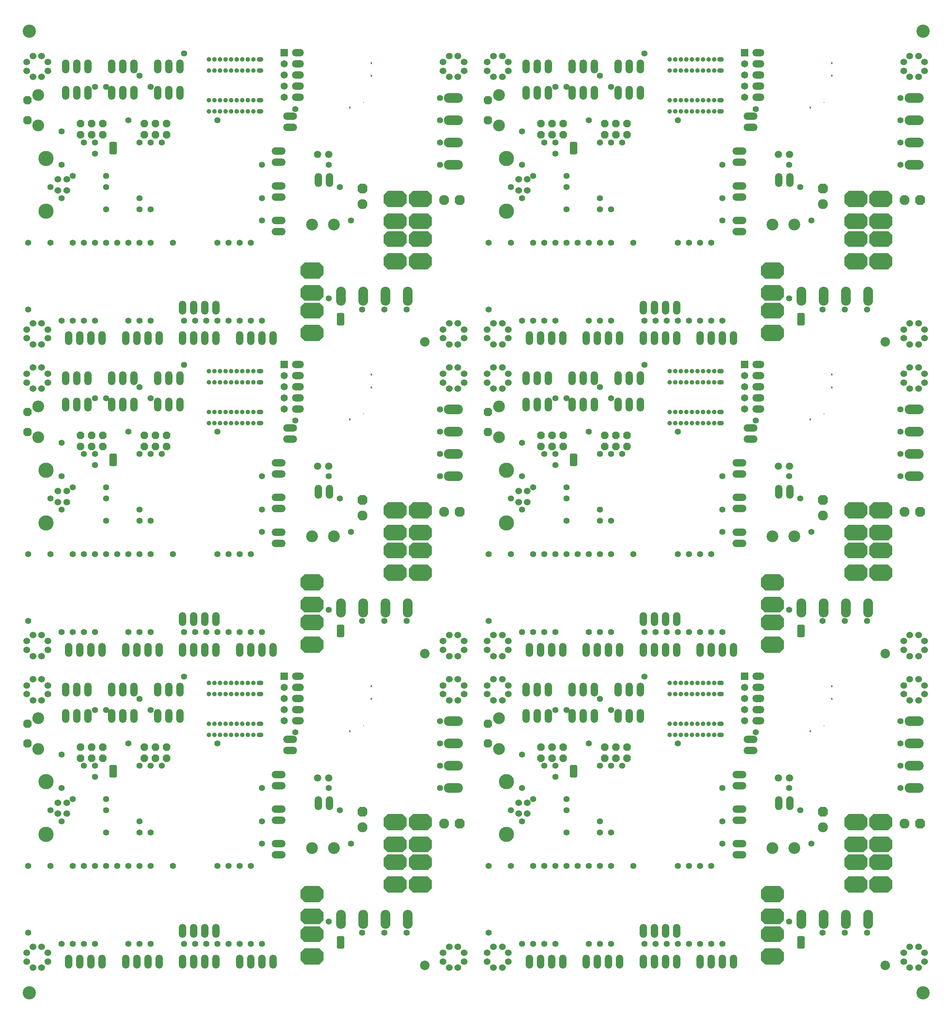
<source format=gbs>
%FSLAX24Y24*%
%MOIN*%
G70*
G01*
G75*
G04 Layer_Color=12517567*
%ADD10C,0.0070*%
G04:AMPARAMS|DCode=11|XSize=78.7mil|YSize=78.7mil|CornerRadius=39.4mil|HoleSize=0mil|Usage=FLASHONLY|Rotation=90.000|XOffset=0mil|YOffset=0mil|HoleType=Round|Shape=RoundedRectangle|*
%AMROUNDEDRECTD11*
21,1,0.0787,0.0000,0,0,90.0*
21,1,0.0000,0.0787,0,0,90.0*
1,1,0.0787,0.0000,0.0000*
1,1,0.0787,0.0000,0.0000*
1,1,0.0787,0.0000,0.0000*
1,1,0.0787,0.0000,0.0000*
%
%ADD11ROUNDEDRECTD11*%
%ADD12C,0.0100*%
%ADD13C,0.0650*%
%ADD14R,0.0600X0.0120*%
%ADD15R,0.0120X0.0600*%
G04:AMPARAMS|DCode=16|XSize=11mil|YSize=31.5mil|CornerRadius=4.4mil|HoleSize=0mil|Usage=FLASHONLY|Rotation=180.000|XOffset=0mil|YOffset=0mil|HoleType=Round|Shape=RoundedRectangle|*
%AMROUNDEDRECTD16*
21,1,0.0110,0.0227,0,0,180.0*
21,1,0.0022,0.0315,0,0,180.0*
1,1,0.0088,-0.0011,0.0113*
1,1,0.0088,0.0011,0.0113*
1,1,0.0088,0.0011,-0.0113*
1,1,0.0088,-0.0011,-0.0113*
%
%ADD16ROUNDEDRECTD16*%
G04:AMPARAMS|DCode=17|XSize=11mil|YSize=31.5mil|CornerRadius=4.4mil|HoleSize=0mil|Usage=FLASHONLY|Rotation=270.000|XOffset=0mil|YOffset=0mil|HoleType=Round|Shape=RoundedRectangle|*
%AMROUNDEDRECTD17*
21,1,0.0110,0.0227,0,0,270.0*
21,1,0.0022,0.0315,0,0,270.0*
1,1,0.0088,-0.0113,-0.0011*
1,1,0.0088,-0.0113,0.0011*
1,1,0.0088,0.0113,0.0011*
1,1,0.0088,0.0113,-0.0011*
%
%ADD17ROUNDEDRECTD17*%
%ADD18R,0.1370X0.1370*%
%ADD19R,0.1370X0.1370*%
%ADD20R,0.0236X0.1319*%
G04:AMPARAMS|DCode=21|XSize=40mil|YSize=40mil|CornerRadius=20mil|HoleSize=0mil|Usage=FLASHONLY|Rotation=0.000|XOffset=0mil|YOffset=0mil|HoleType=Round|Shape=RoundedRectangle|*
%AMROUNDEDRECTD21*
21,1,0.0400,0.0000,0,0,0.0*
21,1,0.0000,0.0400,0,0,0.0*
1,1,0.0400,0.0000,0.0000*
1,1,0.0400,0.0000,0.0000*
1,1,0.0400,0.0000,0.0000*
1,1,0.0400,0.0000,0.0000*
%
%ADD21ROUNDEDRECTD21*%
%ADD22R,0.0480X0.0480*%
%ADD23R,0.0480X0.0480*%
%ADD24R,0.0420X0.0520*%
%ADD25R,0.0354X0.1299*%
%ADD26R,0.0240X0.0240*%
%ADD27R,0.1260X0.0630*%
%ADD28R,0.0402X0.0118*%
%ADD29R,0.0681X0.0748*%
%ADD30R,0.0360X0.0320*%
%ADD31R,0.1970X0.1700*%
%ADD32R,0.0280X0.0560*%
%ADD33R,0.0280X0.0200*%
%ADD34R,0.0200X0.0280*%
%ADD35R,0.0790X0.0790*%
%ADD36R,0.0790X0.0790*%
%ADD37R,0.0500X0.0150*%
G04:AMPARAMS|DCode=38|XSize=63mil|YSize=71mil|CornerRadius=15.8mil|HoleSize=0mil|Usage=FLASHONLY|Rotation=270.000|XOffset=0mil|YOffset=0mil|HoleType=Round|Shape=RoundedRectangle|*
%AMROUNDEDRECTD38*
21,1,0.0630,0.0395,0,0,270.0*
21,1,0.0315,0.0710,0,0,270.0*
1,1,0.0315,-0.0198,-0.0158*
1,1,0.0315,-0.0198,0.0158*
1,1,0.0315,0.0198,0.0158*
1,1,0.0315,0.0198,-0.0158*
%
%ADD38ROUNDEDRECTD38*%
G04:AMPARAMS|DCode=39|XSize=29.1mil|YSize=39.4mil|CornerRadius=5.8mil|HoleSize=0mil|Usage=FLASHONLY|Rotation=90.000|XOffset=0mil|YOffset=0mil|HoleType=Round|Shape=RoundedRectangle|*
%AMROUNDEDRECTD39*
21,1,0.0291,0.0277,0,0,90.0*
21,1,0.0175,0.0394,0,0,90.0*
1,1,0.0117,0.0139,0.0087*
1,1,0.0117,0.0139,-0.0087*
1,1,0.0117,-0.0139,-0.0087*
1,1,0.0117,-0.0139,0.0087*
%
%ADD39ROUNDEDRECTD39*%
G04:AMPARAMS|DCode=40|XSize=29.1mil|YSize=39.4mil|CornerRadius=5.8mil|HoleSize=0mil|Usage=FLASHONLY|Rotation=180.000|XOffset=0mil|YOffset=0mil|HoleType=Round|Shape=RoundedRectangle|*
%AMROUNDEDRECTD40*
21,1,0.0291,0.0277,0,0,180.0*
21,1,0.0175,0.0394,0,0,180.0*
1,1,0.0117,-0.0087,0.0139*
1,1,0.0117,0.0087,0.0139*
1,1,0.0117,0.0087,-0.0139*
1,1,0.0117,-0.0087,-0.0139*
%
%ADD40ROUNDEDRECTD40*%
G04:AMPARAMS|DCode=41|XSize=22mil|YSize=24mil|CornerRadius=4.4mil|HoleSize=0mil|Usage=FLASHONLY|Rotation=0.000|XOffset=0mil|YOffset=0mil|HoleType=Round|Shape=RoundedRectangle|*
%AMROUNDEDRECTD41*
21,1,0.0220,0.0152,0,0,0.0*
21,1,0.0132,0.0240,0,0,0.0*
1,1,0.0088,0.0066,-0.0076*
1,1,0.0088,-0.0066,-0.0076*
1,1,0.0088,-0.0066,0.0076*
1,1,0.0088,0.0066,0.0076*
%
%ADD41ROUNDEDRECTD41*%
G04:AMPARAMS|DCode=42|XSize=22mil|YSize=24mil|CornerRadius=4.4mil|HoleSize=0mil|Usage=FLASHONLY|Rotation=270.000|XOffset=0mil|YOffset=0mil|HoleType=Round|Shape=RoundedRectangle|*
%AMROUNDEDRECTD42*
21,1,0.0220,0.0152,0,0,270.0*
21,1,0.0132,0.0240,0,0,270.0*
1,1,0.0088,-0.0076,-0.0066*
1,1,0.0088,-0.0076,0.0066*
1,1,0.0088,0.0076,0.0066*
1,1,0.0088,0.0076,-0.0066*
%
%ADD42ROUNDEDRECTD42*%
%ADD43R,0.0543X0.0709*%
%ADD44R,0.0200X0.0260*%
%ADD45R,0.0433X0.0669*%
G04:AMPARAMS|DCode=46|XSize=52mil|YSize=60mil|CornerRadius=13mil|HoleSize=0mil|Usage=FLASHONLY|Rotation=180.000|XOffset=0mil|YOffset=0mil|HoleType=Round|Shape=RoundedRectangle|*
%AMROUNDEDRECTD46*
21,1,0.0520,0.0340,0,0,180.0*
21,1,0.0260,0.0600,0,0,180.0*
1,1,0.0260,-0.0130,0.0170*
1,1,0.0260,0.0130,0.0170*
1,1,0.0260,0.0130,-0.0170*
1,1,0.0260,-0.0130,-0.0170*
%
%ADD46ROUNDEDRECTD46*%
G04:AMPARAMS|DCode=47|XSize=52mil|YSize=60mil|CornerRadius=13mil|HoleSize=0mil|Usage=FLASHONLY|Rotation=270.000|XOffset=0mil|YOffset=0mil|HoleType=Round|Shape=RoundedRectangle|*
%AMROUNDEDRECTD47*
21,1,0.0520,0.0340,0,0,270.0*
21,1,0.0260,0.0600,0,0,270.0*
1,1,0.0260,-0.0170,-0.0130*
1,1,0.0260,-0.0170,0.0130*
1,1,0.0260,0.0170,0.0130*
1,1,0.0260,0.0170,-0.0130*
%
%ADD47ROUNDEDRECTD47*%
%ADD48R,0.1673X0.0465*%
%ADD49C,0.0600*%
G04:AMPARAMS|DCode=50|XSize=50mil|YSize=50mil|CornerRadius=25mil|HoleSize=0mil|Usage=FLASHONLY|Rotation=90.000|XOffset=0mil|YOffset=0mil|HoleType=Round|Shape=RoundedRectangle|*
%AMROUNDEDRECTD50*
21,1,0.0500,0.0000,0,0,90.0*
21,1,0.0000,0.0500,0,0,90.0*
1,1,0.0500,0.0000,0.0000*
1,1,0.0500,0.0000,0.0000*
1,1,0.0500,0.0000,0.0000*
1,1,0.0500,0.0000,0.0000*
%
%ADD50ROUNDEDRECTD50*%
%ADD51C,0.0500*%
%ADD52C,0.0240*%
%ADD53C,0.0080*%
%ADD54C,0.0200*%
%ADD55C,0.0320*%
%ADD56C,0.0120*%
%ADD57C,0.0600*%
%ADD58C,0.0400*%
%ADD59C,0.0250*%
%ADD60C,0.0160*%
%ADD61R,0.1299X0.1063*%
%ADD62R,0.1575X0.0984*%
%ADD63R,0.1929X0.1457*%
%ADD64R,0.0551X0.0472*%
%ADD65O,0.0540X0.0360*%
%ADD66C,0.0360*%
%ADD67O,0.0600X0.1200*%
%ADD68P,0.0758X8X292.5*%
%ADD69C,0.1000*%
%ADD70O,0.1200X0.0600*%
%ADD71O,0.1024X0.0591*%
%ADD72C,0.0591*%
%ADD73R,0.0591X0.0591*%
%ADD74C,0.1305*%
%ADD75C,0.0540*%
%ADD76O,0.1650X0.0825*%
%ADD77O,0.0825X0.1650*%
%ADD78P,0.0909X8X112.5*%
%ADD79C,0.0840*%
%ADD80P,0.0909X8X22.5*%
G04:AMPARAMS|DCode=81|XSize=133.9mil|YSize=200mil|CornerRadius=0mil|HoleSize=0mil|Usage=FLASHONLY|Rotation=270.000|XOffset=0mil|YOffset=0mil|HoleType=Round|Shape=Octagon|*
%AMOCTAGOND81*
4,1,8,0.1000,0.0335,0.1000,-0.0335,0.0665,-0.0669,-0.0665,-0.0669,-0.1000,-0.0335,-0.1000,0.0335,-0.0665,0.0669,0.0665,0.0669,0.1000,0.0335,0.0*
%
%ADD81OCTAGOND81*%

G04:AMPARAMS|DCode=82|XSize=140mil|YSize=200mil|CornerRadius=0mil|HoleSize=0mil|Usage=FLASHONLY|Rotation=270.000|XOffset=0mil|YOffset=0mil|HoleType=Round|Shape=Octagon|*
%AMOCTAGOND82*
4,1,8,0.1000,0.0350,0.1000,-0.0350,0.0650,-0.0700,-0.0650,-0.0700,-0.1000,-0.0350,-0.1000,0.0350,-0.0650,0.0700,0.0650,0.0700,0.1000,0.0350,0.0*
%
%ADD82OCTAGOND82*%

%ADD83P,0.0671X8X22.5*%
%ADD84C,0.0800*%
%ADD85C,0.0300*%
%ADD86C,0.0500*%
%ADD87C,0.0400*%
%ADD88C,0.0320*%
%ADD89C,0.1581*%
%ADD90C,0.0460*%
G04:AMPARAMS|DCode=91|XSize=82mil|YSize=82mil|CornerRadius=0mil|HoleSize=0mil|Usage=FLASHONLY|Rotation=0.000|XOffset=0mil|YOffset=0mil|HoleType=Round|Shape=Relief|Width=10mil|Gap=10mil|Entries=4|*
%AMTHD91*
7,0,0,0.0820,0.0620,0.0100,45*
%
%ADD91THD91*%
%ADD92C,0.0640*%
G04:AMPARAMS|DCode=93|XSize=100mil|YSize=100mil|CornerRadius=0mil|HoleSize=0mil|Usage=FLASHONLY|Rotation=0.000|XOffset=0mil|YOffset=0mil|HoleType=Round|Shape=Relief|Width=10mil|Gap=10mil|Entries=4|*
%AMTHD93*
7,0,0,0.1000,0.0800,0.0100,45*
%
%ADD93THD93*%
%ADD94C,0.0830*%
%ADD95C,0.0594*%
G04:AMPARAMS|DCode=96|XSize=95.433mil|YSize=95.433mil|CornerRadius=0mil|HoleSize=0mil|Usage=FLASHONLY|Rotation=0.000|XOffset=0mil|YOffset=0mil|HoleType=Round|Shape=Relief|Width=10mil|Gap=10mil|Entries=4|*
%AMTHD96*
7,0,0,0.0954,0.0754,0.0100,45*
%
%ADD96THD96*%
%ADD97C,0.1110*%
G04:AMPARAMS|DCode=98|XSize=98mil|YSize=98mil|CornerRadius=0mil|HoleSize=0mil|Usage=FLASHONLY|Rotation=0.000|XOffset=0mil|YOffset=0mil|HoleType=Round|Shape=Relief|Width=10mil|Gap=10mil|Entries=4|*
%AMTHD98*
7,0,0,0.0980,0.0780,0.0100,45*
%
%ADD98THD98*%
%ADD99C,0.0620*%
%ADD100C,0.0790*%
G04:AMPARAMS|DCode=101|XSize=115mil|YSize=115mil|CornerRadius=0mil|HoleSize=0mil|Usage=FLASHONLY|Rotation=0.000|XOffset=0mil|YOffset=0mil|HoleType=Round|Shape=Relief|Width=10mil|Gap=10mil|Entries=4|*
%AMTHD101*
7,0,0,0.1150,0.0950,0.0100,45*
%
%ADD101THD101*%
%ADD102C,0.1240*%
%ADD103C,0.0390*%
%ADD104C,0.1421*%
%ADD105C,0.0520*%
%ADD106C,0.1400*%
%ADD107C,0.0800*%
%ADD108C,0.1040*%
%ADD109C,0.1300*%
%ADD110R,0.4094X0.4331*%
%ADD111R,0.3425X0.4284*%
%ADD112R,0.3583X0.4284*%
%ADD113R,0.3622X0.4331*%
G04:AMPARAMS|DCode=114|XSize=46mil|YSize=63mil|CornerRadius=11.5mil|HoleSize=0mil|Usage=FLASHONLY|Rotation=270.000|XOffset=0mil|YOffset=0mil|HoleType=Round|Shape=RoundedRectangle|*
%AMROUNDEDRECTD114*
21,1,0.0460,0.0400,0,0,270.0*
21,1,0.0230,0.0630,0,0,270.0*
1,1,0.0230,-0.0200,-0.0115*
1,1,0.0230,-0.0200,0.0115*
1,1,0.0230,0.0200,0.0115*
1,1,0.0230,0.0200,-0.0115*
%
%ADD114ROUNDEDRECTD114*%
G04:AMPARAMS|DCode=115|XSize=50mil|YSize=50mil|CornerRadius=25mil|HoleSize=0mil|Usage=FLASHONLY|Rotation=0.000|XOffset=0mil|YOffset=0mil|HoleType=Round|Shape=RoundedRectangle|*
%AMROUNDEDRECTD115*
21,1,0.0500,0.0000,0,0,0.0*
21,1,0.0000,0.0500,0,0,0.0*
1,1,0.0500,0.0000,0.0000*
1,1,0.0500,0.0000,0.0000*
1,1,0.0500,0.0000,0.0000*
1,1,0.0500,0.0000,0.0000*
%
%ADD115ROUNDEDRECTD115*%
%ADD116C,0.0098*%
%ADD117C,0.0050*%
%ADD118C,0.0000*%
%ADD119C,0.0060*%
%ADD120C,0.0079*%
%ADD121C,0.0040*%
%ADD122R,0.0120X0.0059*%
%ADD123R,0.0120X0.0060*%
%ADD124R,0.0120X0.0119*%
%ADD125R,0.0059X0.0120*%
%ADD126R,0.0060X0.0120*%
%ADD127R,0.0119X0.0120*%
%ADD128R,0.2450X0.0492*%
%ADD129R,0.0879X0.0295*%
%ADD130R,0.0295X0.0879*%
%ADD131R,0.0580X0.0100*%
%ADD132R,0.0100X0.0580*%
G04:AMPARAMS|DCode=133|XSize=9mil|YSize=29.5mil|CornerRadius=3.4mil|HoleSize=0mil|Usage=FLASHONLY|Rotation=180.000|XOffset=0mil|YOffset=0mil|HoleType=Round|Shape=RoundedRectangle|*
%AMROUNDEDRECTD133*
21,1,0.0090,0.0227,0,0,180.0*
21,1,0.0022,0.0295,0,0,180.0*
1,1,0.0068,-0.0011,0.0113*
1,1,0.0068,0.0011,0.0113*
1,1,0.0068,0.0011,-0.0113*
1,1,0.0068,-0.0011,-0.0113*
%
%ADD133ROUNDEDRECTD133*%
G04:AMPARAMS|DCode=134|XSize=9mil|YSize=29.5mil|CornerRadius=3.4mil|HoleSize=0mil|Usage=FLASHONLY|Rotation=270.000|XOffset=0mil|YOffset=0mil|HoleType=Round|Shape=RoundedRectangle|*
%AMROUNDEDRECTD134*
21,1,0.0090,0.0227,0,0,270.0*
21,1,0.0022,0.0295,0,0,270.0*
1,1,0.0068,-0.0113,-0.0011*
1,1,0.0068,-0.0113,0.0011*
1,1,0.0068,0.0113,0.0011*
1,1,0.0068,0.0113,-0.0011*
%
%ADD134ROUNDEDRECTD134*%
%ADD135R,0.0216X0.1299*%
%ADD136R,0.0460X0.0460*%
%ADD137R,0.0460X0.0460*%
%ADD138R,0.0400X0.0500*%
%ADD139R,0.0334X0.1279*%
%ADD140R,0.0220X0.0220*%
%ADD141R,0.1240X0.0610*%
%ADD142R,0.0382X0.0098*%
%ADD143R,0.0661X0.0728*%
%ADD144R,0.0340X0.0300*%
%ADD145R,0.1950X0.1680*%
%ADD146R,0.0260X0.0540*%
%ADD147R,0.0260X0.0180*%
%ADD148R,0.0180X0.0260*%
%ADD149R,0.0770X0.0770*%
%ADD150R,0.0770X0.0770*%
%ADD151R,0.0480X0.0130*%
G04:AMPARAMS|DCode=152|XSize=61mil|YSize=69mil|CornerRadius=14.8mil|HoleSize=0mil|Usage=FLASHONLY|Rotation=270.000|XOffset=0mil|YOffset=0mil|HoleType=Round|Shape=RoundedRectangle|*
%AMROUNDEDRECTD152*
21,1,0.0610,0.0395,0,0,270.0*
21,1,0.0315,0.0690,0,0,270.0*
1,1,0.0295,-0.0198,-0.0158*
1,1,0.0295,-0.0198,0.0158*
1,1,0.0295,0.0198,0.0158*
1,1,0.0295,0.0198,-0.0158*
%
%ADD152ROUNDEDRECTD152*%
G04:AMPARAMS|DCode=153|XSize=27.1mil|YSize=37.4mil|CornerRadius=4.8mil|HoleSize=0mil|Usage=FLASHONLY|Rotation=90.000|XOffset=0mil|YOffset=0mil|HoleType=Round|Shape=RoundedRectangle|*
%AMROUNDEDRECTD153*
21,1,0.0271,0.0277,0,0,90.0*
21,1,0.0175,0.0374,0,0,90.0*
1,1,0.0097,0.0139,0.0087*
1,1,0.0097,0.0139,-0.0087*
1,1,0.0097,-0.0139,-0.0087*
1,1,0.0097,-0.0139,0.0087*
%
%ADD153ROUNDEDRECTD153*%
G04:AMPARAMS|DCode=154|XSize=27.1mil|YSize=37.4mil|CornerRadius=4.8mil|HoleSize=0mil|Usage=FLASHONLY|Rotation=180.000|XOffset=0mil|YOffset=0mil|HoleType=Round|Shape=RoundedRectangle|*
%AMROUNDEDRECTD154*
21,1,0.0271,0.0277,0,0,180.0*
21,1,0.0175,0.0374,0,0,180.0*
1,1,0.0097,-0.0087,0.0139*
1,1,0.0097,0.0087,0.0139*
1,1,0.0097,0.0087,-0.0139*
1,1,0.0097,-0.0087,-0.0139*
%
%ADD154ROUNDEDRECTD154*%
G04:AMPARAMS|DCode=155|XSize=20mil|YSize=22mil|CornerRadius=3.4mil|HoleSize=0mil|Usage=FLASHONLY|Rotation=0.000|XOffset=0mil|YOffset=0mil|HoleType=Round|Shape=RoundedRectangle|*
%AMROUNDEDRECTD155*
21,1,0.0200,0.0152,0,0,0.0*
21,1,0.0132,0.0220,0,0,0.0*
1,1,0.0068,0.0066,-0.0076*
1,1,0.0068,-0.0066,-0.0076*
1,1,0.0068,-0.0066,0.0076*
1,1,0.0068,0.0066,0.0076*
%
%ADD155ROUNDEDRECTD155*%
G04:AMPARAMS|DCode=156|XSize=20mil|YSize=22mil|CornerRadius=3.4mil|HoleSize=0mil|Usage=FLASHONLY|Rotation=270.000|XOffset=0mil|YOffset=0mil|HoleType=Round|Shape=RoundedRectangle|*
%AMROUNDEDRECTD156*
21,1,0.0200,0.0152,0,0,270.0*
21,1,0.0132,0.0220,0,0,270.0*
1,1,0.0068,-0.0076,-0.0066*
1,1,0.0068,-0.0076,0.0066*
1,1,0.0068,0.0076,0.0066*
1,1,0.0068,0.0076,-0.0066*
%
%ADD156ROUNDEDRECTD156*%
%ADD157R,0.0523X0.0689*%
%ADD158R,0.0180X0.0240*%
%ADD159R,0.0413X0.0649*%
G04:AMPARAMS|DCode=160|XSize=50mil|YSize=58mil|CornerRadius=12mil|HoleSize=0mil|Usage=FLASHONLY|Rotation=180.000|XOffset=0mil|YOffset=0mil|HoleType=Round|Shape=RoundedRectangle|*
%AMROUNDEDRECTD160*
21,1,0.0500,0.0340,0,0,180.0*
21,1,0.0260,0.0580,0,0,180.0*
1,1,0.0240,-0.0130,0.0170*
1,1,0.0240,0.0130,0.0170*
1,1,0.0240,0.0130,-0.0170*
1,1,0.0240,-0.0130,-0.0170*
%
%ADD160ROUNDEDRECTD160*%
G04:AMPARAMS|DCode=161|XSize=50mil|YSize=58mil|CornerRadius=12mil|HoleSize=0mil|Usage=FLASHONLY|Rotation=270.000|XOffset=0mil|YOffset=0mil|HoleType=Round|Shape=RoundedRectangle|*
%AMROUNDEDRECTD161*
21,1,0.0500,0.0340,0,0,270.0*
21,1,0.0260,0.0580,0,0,270.0*
1,1,0.0240,-0.0170,-0.0130*
1,1,0.0240,-0.0170,0.0130*
1,1,0.0240,0.0170,0.0130*
1,1,0.0240,0.0170,-0.0130*
%
%ADD161ROUNDEDRECTD161*%
%ADD162R,0.1653X0.0445*%
G04:AMPARAMS|DCode=163|XSize=48mil|YSize=48mil|CornerRadius=24mil|HoleSize=0mil|Usage=FLASHONLY|Rotation=90.000|XOffset=0mil|YOffset=0mil|HoleType=Round|Shape=RoundedRectangle|*
%AMROUNDEDRECTD163*
21,1,0.0480,0.0000,0,0,90.0*
21,1,0.0000,0.0480,0,0,90.0*
1,1,0.0480,0.0000,0.0000*
1,1,0.0480,0.0000,0.0000*
1,1,0.0480,0.0000,0.0000*
1,1,0.0480,0.0000,0.0000*
%
%ADD163ROUNDEDRECTD163*%
%ADD164C,0.0150*%
%ADD165C,0.0394*%
%ADD166R,0.0460X0.0130*%
%ADD167R,0.0530X0.0170*%
G04:AMPARAMS|DCode=168|XSize=118.7mil|YSize=118.7mil|CornerRadius=59.4mil|HoleSize=0mil|Usage=FLASHONLY|Rotation=90.000|XOffset=0mil|YOffset=0mil|HoleType=Round|Shape=RoundedRectangle|*
%AMROUNDEDRECTD168*
21,1,0.1187,0.0000,0,0,90.0*
21,1,0.0000,0.1187,0,0,90.0*
1,1,0.1187,0.0000,0.0000*
1,1,0.1187,0.0000,0.0000*
1,1,0.1187,0.0000,0.0000*
1,1,0.1187,0.0000,0.0000*
%
%ADD168ROUNDEDRECTD168*%
%ADD169R,0.0680X0.0200*%
%ADD170R,0.0200X0.0680*%
G04:AMPARAMS|DCode=171|XSize=15mil|YSize=35.4mil|CornerRadius=6.4mil|HoleSize=0mil|Usage=FLASHONLY|Rotation=180.000|XOffset=0mil|YOffset=0mil|HoleType=Round|Shape=RoundedRectangle|*
%AMROUNDEDRECTD171*
21,1,0.0150,0.0227,0,0,180.0*
21,1,0.0022,0.0354,0,0,180.0*
1,1,0.0128,-0.0011,0.0113*
1,1,0.0128,0.0011,0.0113*
1,1,0.0128,0.0011,-0.0113*
1,1,0.0128,-0.0011,-0.0113*
%
%ADD171ROUNDEDRECTD171*%
G04:AMPARAMS|DCode=172|XSize=15mil|YSize=35.4mil|CornerRadius=6.4mil|HoleSize=0mil|Usage=FLASHONLY|Rotation=270.000|XOffset=0mil|YOffset=0mil|HoleType=Round|Shape=RoundedRectangle|*
%AMROUNDEDRECTD172*
21,1,0.0150,0.0227,0,0,270.0*
21,1,0.0022,0.0354,0,0,270.0*
1,1,0.0128,-0.0113,-0.0011*
1,1,0.0128,-0.0113,0.0011*
1,1,0.0128,0.0113,0.0011*
1,1,0.0128,0.0113,-0.0011*
%
%ADD172ROUNDEDRECTD172*%
%ADD173R,0.0296X0.1379*%
G04:AMPARAMS|DCode=174|XSize=80mil|YSize=80mil|CornerRadius=40mil|HoleSize=0mil|Usage=FLASHONLY|Rotation=0.000|XOffset=0mil|YOffset=0mil|HoleType=Round|Shape=RoundedRectangle|*
%AMROUNDEDRECTD174*
21,1,0.0800,0.0000,0,0,0.0*
21,1,0.0000,0.0800,0,0,0.0*
1,1,0.0800,0.0000,0.0000*
1,1,0.0800,0.0000,0.0000*
1,1,0.0800,0.0000,0.0000*
1,1,0.0800,0.0000,0.0000*
%
%ADD174ROUNDEDRECTD174*%
%ADD175R,0.0540X0.0540*%
%ADD176R,0.0540X0.0540*%
%ADD177R,0.0480X0.0580*%
%ADD178R,0.0414X0.1359*%
%ADD179R,0.0300X0.0300*%
%ADD180R,0.1320X0.0690*%
%ADD181R,0.0482X0.0198*%
%ADD182R,0.0741X0.0808*%
%ADD183R,0.0420X0.0380*%
%ADD184R,0.2030X0.1760*%
%ADD185R,0.0340X0.0620*%
%ADD186R,0.0340X0.0260*%
%ADD187R,0.0260X0.0340*%
%ADD188R,0.0850X0.0850*%
%ADD189R,0.0850X0.0850*%
%ADD190R,0.0560X0.0210*%
G04:AMPARAMS|DCode=191|XSize=69mil|YSize=77mil|CornerRadius=18.8mil|HoleSize=0mil|Usage=FLASHONLY|Rotation=270.000|XOffset=0mil|YOffset=0mil|HoleType=Round|Shape=RoundedRectangle|*
%AMROUNDEDRECTD191*
21,1,0.0690,0.0395,0,0,270.0*
21,1,0.0315,0.0770,0,0,270.0*
1,1,0.0375,-0.0198,-0.0158*
1,1,0.0375,-0.0198,0.0158*
1,1,0.0375,0.0198,0.0158*
1,1,0.0375,0.0198,-0.0158*
%
%ADD191ROUNDEDRECTD191*%
G04:AMPARAMS|DCode=192|XSize=35.1mil|YSize=45.4mil|CornerRadius=8.8mil|HoleSize=0mil|Usage=FLASHONLY|Rotation=90.000|XOffset=0mil|YOffset=0mil|HoleType=Round|Shape=RoundedRectangle|*
%AMROUNDEDRECTD192*
21,1,0.0351,0.0277,0,0,90.0*
21,1,0.0175,0.0454,0,0,90.0*
1,1,0.0177,0.0139,0.0087*
1,1,0.0177,0.0139,-0.0087*
1,1,0.0177,-0.0139,-0.0087*
1,1,0.0177,-0.0139,0.0087*
%
%ADD192ROUNDEDRECTD192*%
G04:AMPARAMS|DCode=193|XSize=35.1mil|YSize=45.4mil|CornerRadius=8.8mil|HoleSize=0mil|Usage=FLASHONLY|Rotation=180.000|XOffset=0mil|YOffset=0mil|HoleType=Round|Shape=RoundedRectangle|*
%AMROUNDEDRECTD193*
21,1,0.0351,0.0277,0,0,180.0*
21,1,0.0175,0.0454,0,0,180.0*
1,1,0.0177,-0.0087,0.0139*
1,1,0.0177,0.0087,0.0139*
1,1,0.0177,0.0087,-0.0139*
1,1,0.0177,-0.0087,-0.0139*
%
%ADD193ROUNDEDRECTD193*%
G04:AMPARAMS|DCode=194|XSize=28mil|YSize=30mil|CornerRadius=7.4mil|HoleSize=0mil|Usage=FLASHONLY|Rotation=0.000|XOffset=0mil|YOffset=0mil|HoleType=Round|Shape=RoundedRectangle|*
%AMROUNDEDRECTD194*
21,1,0.0280,0.0152,0,0,0.0*
21,1,0.0132,0.0300,0,0,0.0*
1,1,0.0148,0.0066,-0.0076*
1,1,0.0148,-0.0066,-0.0076*
1,1,0.0148,-0.0066,0.0076*
1,1,0.0148,0.0066,0.0076*
%
%ADD194ROUNDEDRECTD194*%
G04:AMPARAMS|DCode=195|XSize=28mil|YSize=30mil|CornerRadius=7.4mil|HoleSize=0mil|Usage=FLASHONLY|Rotation=270.000|XOffset=0mil|YOffset=0mil|HoleType=Round|Shape=RoundedRectangle|*
%AMROUNDEDRECTD195*
21,1,0.0280,0.0152,0,0,270.0*
21,1,0.0132,0.0300,0,0,270.0*
1,1,0.0148,-0.0076,-0.0066*
1,1,0.0148,-0.0076,0.0066*
1,1,0.0148,0.0076,0.0066*
1,1,0.0148,0.0076,-0.0066*
%
%ADD195ROUNDEDRECTD195*%
%ADD196R,0.0603X0.0769*%
%ADD197R,0.0260X0.0320*%
%ADD198R,0.0493X0.0729*%
G04:AMPARAMS|DCode=199|XSize=58mil|YSize=66mil|CornerRadius=16mil|HoleSize=0mil|Usage=FLASHONLY|Rotation=180.000|XOffset=0mil|YOffset=0mil|HoleType=Round|Shape=RoundedRectangle|*
%AMROUNDEDRECTD199*
21,1,0.0580,0.0340,0,0,180.0*
21,1,0.0260,0.0660,0,0,180.0*
1,1,0.0320,-0.0130,0.0170*
1,1,0.0320,0.0130,0.0170*
1,1,0.0320,0.0130,-0.0170*
1,1,0.0320,-0.0130,-0.0170*
%
%ADD199ROUNDEDRECTD199*%
G04:AMPARAMS|DCode=200|XSize=58mil|YSize=66mil|CornerRadius=16mil|HoleSize=0mil|Usage=FLASHONLY|Rotation=270.000|XOffset=0mil|YOffset=0mil|HoleType=Round|Shape=RoundedRectangle|*
%AMROUNDEDRECTD200*
21,1,0.0580,0.0340,0,0,270.0*
21,1,0.0260,0.0660,0,0,270.0*
1,1,0.0320,-0.0170,-0.0130*
1,1,0.0320,-0.0170,0.0130*
1,1,0.0320,0.0170,0.0130*
1,1,0.0320,0.0170,-0.0130*
%
%ADD200ROUNDEDRECTD200*%
%ADD201R,0.1733X0.0525*%
G04:AMPARAMS|DCode=202|XSize=56mil|YSize=56mil|CornerRadius=28mil|HoleSize=0mil|Usage=FLASHONLY|Rotation=90.000|XOffset=0mil|YOffset=0mil|HoleType=Round|Shape=RoundedRectangle|*
%AMROUNDEDRECTD202*
21,1,0.0560,0.0000,0,0,90.0*
21,1,0.0000,0.0560,0,0,90.0*
1,1,0.0560,0.0000,0.0000*
1,1,0.0560,0.0000,0.0000*
1,1,0.0560,0.0000,0.0000*
1,1,0.0560,0.0000,0.0000*
%
%ADD202ROUNDEDRECTD202*%
%ADD203O,0.0600X0.0420*%
%ADD204C,0.0420*%
%ADD205O,0.0660X0.1260*%
%ADD206P,0.0823X8X292.5*%
%ADD207C,0.1060*%
%ADD208O,0.1260X0.0660*%
%ADD209O,0.1084X0.0651*%
%ADD210C,0.0651*%
%ADD211R,0.0651X0.0651*%
%ADD212C,0.1365*%
%ADD213O,0.1710X0.0885*%
%ADD214O,0.0885X0.1710*%
%ADD215P,0.0974X8X112.5*%
%ADD216C,0.0900*%
%ADD217P,0.0974X8X22.5*%
G04:AMPARAMS|DCode=218|XSize=139.9mil|YSize=206mil|CornerRadius=0mil|HoleSize=0mil|Usage=FLASHONLY|Rotation=270.000|XOffset=0mil|YOffset=0mil|HoleType=Round|Shape=Octagon|*
%AMOCTAGOND218*
4,1,8,0.1030,0.0350,0.1030,-0.0350,0.0680,-0.0699,-0.0680,-0.0699,-0.1030,-0.0350,-0.1030,0.0350,-0.0680,0.0699,0.0680,0.0699,0.1030,0.0350,0.0*
%
%ADD218OCTAGOND218*%

G04:AMPARAMS|DCode=219|XSize=146mil|YSize=206mil|CornerRadius=0mil|HoleSize=0mil|Usage=FLASHONLY|Rotation=270.000|XOffset=0mil|YOffset=0mil|HoleType=Round|Shape=Octagon|*
%AMOCTAGOND219*
4,1,8,0.1030,0.0365,0.1030,-0.0365,0.0665,-0.0730,-0.0665,-0.0730,-0.1030,-0.0365,-0.1030,0.0365,-0.0665,0.0730,0.0665,0.0730,0.1030,0.0365,0.0*
%
%ADD219OCTAGOND219*%

%ADD220P,0.0736X8X22.5*%
%ADD221C,0.0660*%
%ADD222C,0.0860*%
%ADD223C,0.0180*%
%ADD224C,0.0080*%
%ADD225R,0.0704X0.0354*%
G04:AMPARAMS|DCode=226|XSize=52mil|YSize=69mil|CornerRadius=14.5mil|HoleSize=0mil|Usage=FLASHONLY|Rotation=270.000|XOffset=0mil|YOffset=0mil|HoleType=Round|Shape=RoundedRectangle|*
%AMROUNDEDRECTD226*
21,1,0.0520,0.0400,0,0,270.0*
21,1,0.0230,0.0690,0,0,270.0*
1,1,0.0290,-0.0200,-0.0115*
1,1,0.0290,-0.0200,0.0115*
1,1,0.0290,0.0200,0.0115*
1,1,0.0290,0.0200,-0.0115*
%
%ADD226ROUNDEDRECTD226*%
G04:AMPARAMS|DCode=227|XSize=56mil|YSize=56mil|CornerRadius=28mil|HoleSize=0mil|Usage=FLASHONLY|Rotation=0.000|XOffset=0mil|YOffset=0mil|HoleType=Round|Shape=RoundedRectangle|*
%AMROUNDEDRECTD227*
21,1,0.0560,0.0000,0,0,0.0*
21,1,0.0000,0.0560,0,0,0.0*
1,1,0.0560,0.0000,0.0000*
1,1,0.0560,0.0000,0.0000*
1,1,0.0560,0.0000,0.0000*
1,1,0.0560,0.0000,0.0000*
%
%ADD227ROUNDEDRECTD227*%
D49*
X52126Y37402D02*
D03*
Y38189D02*
D03*
X51575Y38740D02*
D03*
X50787D02*
D03*
X50236Y38189D02*
D03*
Y37402D02*
D03*
X50787Y36850D02*
D03*
X51575D02*
D03*
X14173D02*
D03*
X13386D02*
D03*
X12835Y37402D02*
D03*
Y38189D02*
D03*
X13386Y38740D02*
D03*
X14173D02*
D03*
X14724Y38189D02*
D03*
Y37402D02*
D03*
Y13386D02*
D03*
Y14173D02*
D03*
X14173Y14724D02*
D03*
X13386D02*
D03*
X12835Y14173D02*
D03*
Y13386D02*
D03*
X13386Y12835D02*
D03*
X14173D02*
D03*
X51575D02*
D03*
X50787D02*
D03*
X50236Y13386D02*
D03*
Y14173D02*
D03*
X50787Y14724D02*
D03*
X51575D02*
D03*
X52126Y14173D02*
D03*
Y13386D02*
D03*
X93504Y37402D02*
D03*
Y38189D02*
D03*
X92953Y38740D02*
D03*
X92165D02*
D03*
X91614Y38189D02*
D03*
Y37402D02*
D03*
X92165Y36850D02*
D03*
X92953D02*
D03*
X55551D02*
D03*
X54764D02*
D03*
X54213Y37402D02*
D03*
Y38189D02*
D03*
X54764Y38740D02*
D03*
X55551D02*
D03*
X56102Y38189D02*
D03*
Y37402D02*
D03*
Y13386D02*
D03*
Y14173D02*
D03*
X55551Y14724D02*
D03*
X54764D02*
D03*
X54213Y14173D02*
D03*
Y13386D02*
D03*
X54764Y12835D02*
D03*
X55551D02*
D03*
X92953D02*
D03*
X92165D02*
D03*
X91614Y13386D02*
D03*
Y14173D02*
D03*
X92165Y14724D02*
D03*
X92953D02*
D03*
X93504Y14173D02*
D03*
Y13386D02*
D03*
X52126Y65394D02*
D03*
Y66181D02*
D03*
X51575Y66732D02*
D03*
X50787D02*
D03*
X50236Y66181D02*
D03*
Y65394D02*
D03*
X50787Y64843D02*
D03*
X51575D02*
D03*
X14173D02*
D03*
X13386D02*
D03*
X12835Y65394D02*
D03*
Y66181D02*
D03*
X13386Y66732D02*
D03*
X14173D02*
D03*
X14724Y66181D02*
D03*
Y65394D02*
D03*
Y41378D02*
D03*
Y42165D02*
D03*
X14173Y42717D02*
D03*
X13386D02*
D03*
X12835Y42165D02*
D03*
Y41378D02*
D03*
X13386Y40827D02*
D03*
X14173D02*
D03*
X51575D02*
D03*
X50787D02*
D03*
X50236Y41378D02*
D03*
Y42165D02*
D03*
X50787Y42717D02*
D03*
X51575D02*
D03*
X52126Y42165D02*
D03*
Y41378D02*
D03*
X93504Y65394D02*
D03*
Y66181D02*
D03*
X92953Y66732D02*
D03*
X92165D02*
D03*
X91614Y66181D02*
D03*
Y65394D02*
D03*
X92165Y64843D02*
D03*
X92953D02*
D03*
X55551D02*
D03*
X54764D02*
D03*
X54213Y65394D02*
D03*
Y66181D02*
D03*
X54764Y66732D02*
D03*
X55551D02*
D03*
X56102Y66181D02*
D03*
Y65394D02*
D03*
Y41378D02*
D03*
Y42165D02*
D03*
X55551Y42717D02*
D03*
X54764D02*
D03*
X54213Y42165D02*
D03*
Y41378D02*
D03*
X54764Y40827D02*
D03*
X55551D02*
D03*
X92953D02*
D03*
X92165D02*
D03*
X91614Y41378D02*
D03*
Y42165D02*
D03*
X92165Y42717D02*
D03*
X92953D02*
D03*
X93504Y42165D02*
D03*
Y41378D02*
D03*
X52126Y93386D02*
D03*
Y94173D02*
D03*
X51575Y94724D02*
D03*
X50787D02*
D03*
X50236Y94173D02*
D03*
Y93386D02*
D03*
X50787Y92835D02*
D03*
X51575D02*
D03*
X14173D02*
D03*
X13386D02*
D03*
X12835Y93386D02*
D03*
Y94173D02*
D03*
X13386Y94724D02*
D03*
X14173D02*
D03*
X14724Y94173D02*
D03*
Y93386D02*
D03*
Y69370D02*
D03*
Y70157D02*
D03*
X14173Y70709D02*
D03*
X13386D02*
D03*
X12835Y70157D02*
D03*
Y69370D02*
D03*
X13386Y68819D02*
D03*
X14173D02*
D03*
X51575D02*
D03*
X50787D02*
D03*
X50236Y69370D02*
D03*
Y70157D02*
D03*
X50787Y70709D02*
D03*
X51575D02*
D03*
X52126Y70157D02*
D03*
Y69370D02*
D03*
X93504Y93386D02*
D03*
Y94173D02*
D03*
X92953Y94724D02*
D03*
X92165D02*
D03*
X91614Y94173D02*
D03*
Y93386D02*
D03*
X92165Y92835D02*
D03*
X92953D02*
D03*
X55551D02*
D03*
X54764D02*
D03*
X54213Y93386D02*
D03*
Y94173D02*
D03*
X54764Y94724D02*
D03*
X55551D02*
D03*
X56102Y94173D02*
D03*
Y93386D02*
D03*
Y69370D02*
D03*
Y70157D02*
D03*
X55551Y70709D02*
D03*
X54764D02*
D03*
X54213Y70157D02*
D03*
Y69370D02*
D03*
X54764Y68819D02*
D03*
X55551D02*
D03*
X92953D02*
D03*
X92165D02*
D03*
X91614Y69370D02*
D03*
Y70157D02*
D03*
X92165Y70709D02*
D03*
X92953D02*
D03*
X93504Y70157D02*
D03*
Y69370D02*
D03*
X15637Y26665D02*
D03*
Y27657D02*
D03*
X16427D02*
D03*
Y26665D02*
D03*
X57015D02*
D03*
Y27657D02*
D03*
X57805D02*
D03*
Y26665D02*
D03*
X15637Y54657D02*
D03*
Y55650D02*
D03*
X16427D02*
D03*
Y54657D02*
D03*
X57015D02*
D03*
Y55650D02*
D03*
X57805D02*
D03*
Y54657D02*
D03*
X15637Y82650D02*
D03*
Y83642D02*
D03*
X16427D02*
D03*
Y82650D02*
D03*
X57015D02*
D03*
Y83642D02*
D03*
X57805D02*
D03*
Y82650D02*
D03*
D168*
X13061Y96959D02*
D03*
X93356D02*
D03*
Y10561D02*
D03*
X13061D02*
D03*
D202*
X33969Y23969D02*
D03*
X36969Y33969D02*
D03*
X75346Y23969D02*
D03*
X78346Y33969D02*
D03*
X33969Y51961D02*
D03*
X36969Y61961D02*
D03*
X75346Y51961D02*
D03*
X78346Y61961D02*
D03*
X33969Y79953D02*
D03*
X36969Y89953D02*
D03*
X75346Y79953D02*
D03*
X78346Y89953D02*
D03*
D203*
X33797Y34752D02*
D03*
Y33752D02*
D03*
Y38413D02*
D03*
Y37413D02*
D03*
X75175Y34752D02*
D03*
Y33752D02*
D03*
Y38413D02*
D03*
Y37413D02*
D03*
X33797Y62744D02*
D03*
Y61744D02*
D03*
Y66406D02*
D03*
Y65406D02*
D03*
X75175Y62744D02*
D03*
Y61744D02*
D03*
Y66406D02*
D03*
Y65406D02*
D03*
X33797Y90736D02*
D03*
Y89736D02*
D03*
Y94398D02*
D03*
Y93398D02*
D03*
X75175Y90736D02*
D03*
Y89736D02*
D03*
Y94398D02*
D03*
Y93398D02*
D03*
D204*
X33207Y34752D02*
D03*
Y33752D02*
D03*
X32707Y34752D02*
D03*
Y33752D02*
D03*
X32207Y34752D02*
D03*
Y33752D02*
D03*
X31707Y34752D02*
D03*
Y33752D02*
D03*
X31207Y34752D02*
D03*
Y33752D02*
D03*
X30707Y34752D02*
D03*
Y33752D02*
D03*
X30207Y34752D02*
D03*
Y33752D02*
D03*
X29707Y34752D02*
D03*
Y33752D02*
D03*
X29207Y34752D02*
D03*
Y33752D02*
D03*
X33207Y38413D02*
D03*
Y37413D02*
D03*
X32707Y38413D02*
D03*
Y37413D02*
D03*
X32207Y38413D02*
D03*
Y37413D02*
D03*
X31707Y38413D02*
D03*
Y37413D02*
D03*
X31207Y38413D02*
D03*
Y37413D02*
D03*
X30707Y38413D02*
D03*
Y37413D02*
D03*
X30207Y38413D02*
D03*
Y37413D02*
D03*
X29707Y38413D02*
D03*
Y37413D02*
D03*
X29207Y38413D02*
D03*
Y37413D02*
D03*
X74585Y34752D02*
D03*
Y33752D02*
D03*
X74085Y34752D02*
D03*
Y33752D02*
D03*
X73585Y34752D02*
D03*
Y33752D02*
D03*
X73085Y34752D02*
D03*
Y33752D02*
D03*
X72585Y34752D02*
D03*
Y33752D02*
D03*
X72085Y34752D02*
D03*
Y33752D02*
D03*
X71585Y34752D02*
D03*
Y33752D02*
D03*
X71085Y34752D02*
D03*
Y33752D02*
D03*
X70585Y34752D02*
D03*
Y33752D02*
D03*
X74585Y38413D02*
D03*
Y37413D02*
D03*
X74085Y38413D02*
D03*
Y37413D02*
D03*
X73585Y38413D02*
D03*
Y37413D02*
D03*
X73085Y38413D02*
D03*
Y37413D02*
D03*
X72585Y38413D02*
D03*
Y37413D02*
D03*
X72085Y38413D02*
D03*
Y37413D02*
D03*
X71585Y38413D02*
D03*
Y37413D02*
D03*
X71085Y38413D02*
D03*
Y37413D02*
D03*
X70585Y38413D02*
D03*
Y37413D02*
D03*
X33207Y62744D02*
D03*
Y61744D02*
D03*
X32707Y62744D02*
D03*
Y61744D02*
D03*
X32207Y62744D02*
D03*
Y61744D02*
D03*
X31707Y62744D02*
D03*
Y61744D02*
D03*
X31207Y62744D02*
D03*
Y61744D02*
D03*
X30707Y62744D02*
D03*
Y61744D02*
D03*
X30207Y62744D02*
D03*
Y61744D02*
D03*
X29707Y62744D02*
D03*
Y61744D02*
D03*
X29207Y62744D02*
D03*
Y61744D02*
D03*
X33207Y66406D02*
D03*
Y65406D02*
D03*
X32707Y66406D02*
D03*
Y65406D02*
D03*
X32207Y66406D02*
D03*
Y65406D02*
D03*
X31707Y66406D02*
D03*
Y65406D02*
D03*
X31207Y66406D02*
D03*
Y65406D02*
D03*
X30707Y66406D02*
D03*
Y65406D02*
D03*
X30207Y66406D02*
D03*
Y65406D02*
D03*
X29707Y66406D02*
D03*
Y65406D02*
D03*
X29207Y66406D02*
D03*
Y65406D02*
D03*
X74585Y62744D02*
D03*
Y61744D02*
D03*
X74085Y62744D02*
D03*
Y61744D02*
D03*
X73585Y62744D02*
D03*
Y61744D02*
D03*
X73085Y62744D02*
D03*
Y61744D02*
D03*
X72585Y62744D02*
D03*
Y61744D02*
D03*
X72085Y62744D02*
D03*
Y61744D02*
D03*
X71585Y62744D02*
D03*
Y61744D02*
D03*
X71085Y62744D02*
D03*
Y61744D02*
D03*
X70585Y62744D02*
D03*
Y61744D02*
D03*
X74585Y66406D02*
D03*
Y65406D02*
D03*
X74085Y66406D02*
D03*
Y65406D02*
D03*
X73585Y66406D02*
D03*
Y65406D02*
D03*
X73085Y66406D02*
D03*
Y65406D02*
D03*
X72585Y66406D02*
D03*
Y65406D02*
D03*
X72085Y66406D02*
D03*
Y65406D02*
D03*
X71585Y66406D02*
D03*
Y65406D02*
D03*
X71085Y66406D02*
D03*
Y65406D02*
D03*
X70585Y66406D02*
D03*
Y65406D02*
D03*
X33207Y90736D02*
D03*
Y89736D02*
D03*
X32707Y90736D02*
D03*
Y89736D02*
D03*
X32207Y90736D02*
D03*
Y89736D02*
D03*
X31707Y90736D02*
D03*
Y89736D02*
D03*
X31207Y90736D02*
D03*
Y89736D02*
D03*
X30707Y90736D02*
D03*
Y89736D02*
D03*
X30207Y90736D02*
D03*
Y89736D02*
D03*
X29707Y90736D02*
D03*
Y89736D02*
D03*
X29207Y90736D02*
D03*
Y89736D02*
D03*
X33207Y94398D02*
D03*
Y93398D02*
D03*
X32707Y94398D02*
D03*
Y93398D02*
D03*
X32207Y94398D02*
D03*
Y93398D02*
D03*
X31707Y94398D02*
D03*
Y93398D02*
D03*
X31207Y94398D02*
D03*
Y93398D02*
D03*
X30707Y94398D02*
D03*
Y93398D02*
D03*
X30207Y94398D02*
D03*
Y93398D02*
D03*
X29707Y94398D02*
D03*
Y93398D02*
D03*
X29207Y94398D02*
D03*
Y93398D02*
D03*
X74585Y90736D02*
D03*
Y89736D02*
D03*
X74085Y90736D02*
D03*
Y89736D02*
D03*
X73585Y90736D02*
D03*
Y89736D02*
D03*
X73085Y90736D02*
D03*
Y89736D02*
D03*
X72585Y90736D02*
D03*
Y89736D02*
D03*
X72085Y90736D02*
D03*
Y89736D02*
D03*
X71585Y90736D02*
D03*
Y89736D02*
D03*
X71085Y90736D02*
D03*
Y89736D02*
D03*
X70585Y90736D02*
D03*
Y89736D02*
D03*
X74585Y94398D02*
D03*
Y93398D02*
D03*
X74085Y94398D02*
D03*
Y93398D02*
D03*
X73585Y94398D02*
D03*
Y93398D02*
D03*
X73085Y94398D02*
D03*
Y93398D02*
D03*
X72585Y94398D02*
D03*
Y93398D02*
D03*
X72085Y94398D02*
D03*
Y93398D02*
D03*
X71585Y94398D02*
D03*
Y93398D02*
D03*
X71085Y94398D02*
D03*
Y93398D02*
D03*
X70585Y94398D02*
D03*
Y93398D02*
D03*
D205*
X26846Y13386D02*
D03*
X27846D02*
D03*
X28846D02*
D03*
X29846D02*
D03*
X26846Y16142D02*
D03*
X27846D02*
D03*
X28846D02*
D03*
X29846D02*
D03*
X24591Y37795D02*
D03*
X25591D02*
D03*
X26591D02*
D03*
X20457D02*
D03*
X21457D02*
D03*
X22457D02*
D03*
X16323D02*
D03*
X17323D02*
D03*
X18323D02*
D03*
X22457Y35433D02*
D03*
X21457D02*
D03*
X20457D02*
D03*
X26591D02*
D03*
X25591D02*
D03*
X24591D02*
D03*
X18323D02*
D03*
X17323D02*
D03*
X16323D02*
D03*
X39028Y27598D02*
D03*
X40028D02*
D03*
X16610Y13386D02*
D03*
X17610D02*
D03*
X18610D02*
D03*
X19610D02*
D03*
X21728D02*
D03*
X22728D02*
D03*
X23728D02*
D03*
X24728D02*
D03*
X31965D02*
D03*
X32965D02*
D03*
X33965D02*
D03*
X34965D02*
D03*
X68224D02*
D03*
X69224D02*
D03*
X70224D02*
D03*
X71224D02*
D03*
X68224Y16142D02*
D03*
X69224D02*
D03*
X70224D02*
D03*
X71224D02*
D03*
X65968Y37795D02*
D03*
X66968D02*
D03*
X67969D02*
D03*
X61835D02*
D03*
X62835D02*
D03*
X63835D02*
D03*
X57701D02*
D03*
X58701D02*
D03*
X59701D02*
D03*
X63835Y35433D02*
D03*
X62835D02*
D03*
X61835D02*
D03*
X67969D02*
D03*
X66968D02*
D03*
X65968D02*
D03*
X59701D02*
D03*
X58701D02*
D03*
X57701D02*
D03*
X80406Y27598D02*
D03*
X81406D02*
D03*
X57988Y13386D02*
D03*
X58988D02*
D03*
X59988D02*
D03*
X60988D02*
D03*
X63106D02*
D03*
X64106D02*
D03*
X65106D02*
D03*
X66106D02*
D03*
X73343D02*
D03*
X74343D02*
D03*
X75343D02*
D03*
X76343D02*
D03*
X26846Y41378D02*
D03*
X27846D02*
D03*
X28846D02*
D03*
X29846D02*
D03*
X26846Y44134D02*
D03*
X27846D02*
D03*
X28846D02*
D03*
X29846D02*
D03*
X24591Y65787D02*
D03*
X25591D02*
D03*
X26591D02*
D03*
X20457D02*
D03*
X21457D02*
D03*
X22457D02*
D03*
X16323D02*
D03*
X17323D02*
D03*
X18323D02*
D03*
X22457Y63425D02*
D03*
X21457D02*
D03*
X20457D02*
D03*
X26591D02*
D03*
X25591D02*
D03*
X24591D02*
D03*
X18323D02*
D03*
X17323D02*
D03*
X16323D02*
D03*
X39028Y55591D02*
D03*
X40028D02*
D03*
X16610Y41378D02*
D03*
X17610D02*
D03*
X18610D02*
D03*
X19610D02*
D03*
X21728D02*
D03*
X22728D02*
D03*
X23728D02*
D03*
X24728D02*
D03*
X31965D02*
D03*
X32965D02*
D03*
X33965D02*
D03*
X34965D02*
D03*
X68224D02*
D03*
X69224D02*
D03*
X70224D02*
D03*
X71224D02*
D03*
X68224Y44134D02*
D03*
X69224D02*
D03*
X70224D02*
D03*
X71224D02*
D03*
X65968Y65787D02*
D03*
X66968D02*
D03*
X67969D02*
D03*
X61835D02*
D03*
X62835D02*
D03*
X63835D02*
D03*
X57701D02*
D03*
X58701D02*
D03*
X59701D02*
D03*
X63835Y63425D02*
D03*
X62835D02*
D03*
X61835D02*
D03*
X67969D02*
D03*
X66968D02*
D03*
X65968D02*
D03*
X59701D02*
D03*
X58701D02*
D03*
X57701D02*
D03*
X80406Y55591D02*
D03*
X81406D02*
D03*
X57988Y41378D02*
D03*
X58988D02*
D03*
X59988D02*
D03*
X60988D02*
D03*
X63106D02*
D03*
X64106D02*
D03*
X65106D02*
D03*
X66106D02*
D03*
X73343D02*
D03*
X74343D02*
D03*
X75343D02*
D03*
X76343D02*
D03*
X26846Y69370D02*
D03*
X27846D02*
D03*
X28846D02*
D03*
X29846D02*
D03*
X26846Y72126D02*
D03*
X27846D02*
D03*
X28846D02*
D03*
X29846D02*
D03*
X24591Y93780D02*
D03*
X25591D02*
D03*
X26591D02*
D03*
X20457D02*
D03*
X21457D02*
D03*
X22457D02*
D03*
X16323D02*
D03*
X17323D02*
D03*
X18323D02*
D03*
X22457Y91417D02*
D03*
X21457D02*
D03*
X20457D02*
D03*
X26591D02*
D03*
X25591D02*
D03*
X24591D02*
D03*
X18323D02*
D03*
X17323D02*
D03*
X16323D02*
D03*
X39028Y83583D02*
D03*
X40028D02*
D03*
X16610Y69370D02*
D03*
X17610D02*
D03*
X18610D02*
D03*
X19610D02*
D03*
X21728D02*
D03*
X22728D02*
D03*
X23728D02*
D03*
X24728D02*
D03*
X31965D02*
D03*
X32965D02*
D03*
X33965D02*
D03*
X34965D02*
D03*
X68224D02*
D03*
X69224D02*
D03*
X70224D02*
D03*
X71224D02*
D03*
X68224Y72126D02*
D03*
X69224D02*
D03*
X70224D02*
D03*
X71224D02*
D03*
X65968Y93780D02*
D03*
X66968D02*
D03*
X67969D02*
D03*
X61835D02*
D03*
X62835D02*
D03*
X63835D02*
D03*
X57701D02*
D03*
X58701D02*
D03*
X59701D02*
D03*
X63835Y91417D02*
D03*
X62835D02*
D03*
X61835D02*
D03*
X67969D02*
D03*
X66968D02*
D03*
X65968D02*
D03*
X59701D02*
D03*
X58701D02*
D03*
X57701D02*
D03*
X80406Y83583D02*
D03*
X81406D02*
D03*
X57988Y69370D02*
D03*
X58988D02*
D03*
X59988D02*
D03*
X60988D02*
D03*
X63106D02*
D03*
X64106D02*
D03*
X65106D02*
D03*
X66106D02*
D03*
X73343D02*
D03*
X74343D02*
D03*
X75343D02*
D03*
X76343D02*
D03*
D206*
X12896Y34748D02*
D03*
Y32968D02*
D03*
X54274Y34748D02*
D03*
Y32968D02*
D03*
X12896Y62740D02*
D03*
Y60960D02*
D03*
X54274Y62740D02*
D03*
Y60960D02*
D03*
X12896Y90733D02*
D03*
Y88953D02*
D03*
X54274Y90733D02*
D03*
Y88953D02*
D03*
D207*
X13876Y35238D02*
D03*
Y32478D02*
D03*
X40433Y23583D02*
D03*
X38465D02*
D03*
X55254Y35238D02*
D03*
Y32478D02*
D03*
X81811Y23583D02*
D03*
X79843D02*
D03*
X13876Y63230D02*
D03*
Y60470D02*
D03*
X40433Y51575D02*
D03*
X38465D02*
D03*
X55254Y63230D02*
D03*
Y60470D02*
D03*
X81811Y51575D02*
D03*
X79843D02*
D03*
X13876Y91223D02*
D03*
Y88463D02*
D03*
X40433Y79567D02*
D03*
X38465D02*
D03*
X55254Y91223D02*
D03*
Y88463D02*
D03*
X81811Y79567D02*
D03*
X79843D02*
D03*
D208*
X35472Y29185D02*
D03*
Y30185D02*
D03*
Y26075D02*
D03*
Y27075D02*
D03*
X36496Y33335D02*
D03*
Y32335D02*
D03*
X35472Y22965D02*
D03*
Y23965D02*
D03*
X76850Y29185D02*
D03*
Y30185D02*
D03*
Y26075D02*
D03*
Y27075D02*
D03*
X77874Y33335D02*
D03*
Y32335D02*
D03*
X76850Y22965D02*
D03*
Y23965D02*
D03*
X35472Y57177D02*
D03*
Y58177D02*
D03*
Y54067D02*
D03*
Y55067D02*
D03*
X36496Y61327D02*
D03*
Y60327D02*
D03*
X35472Y50957D02*
D03*
Y51957D02*
D03*
X76850Y57177D02*
D03*
Y58177D02*
D03*
Y54067D02*
D03*
Y55067D02*
D03*
X77874Y61327D02*
D03*
Y60327D02*
D03*
X76850Y50957D02*
D03*
Y51957D02*
D03*
X35472Y85169D02*
D03*
Y86169D02*
D03*
Y82059D02*
D03*
Y83059D02*
D03*
X36496Y89319D02*
D03*
Y88319D02*
D03*
X35472Y78949D02*
D03*
Y79949D02*
D03*
X76850Y85169D02*
D03*
Y86169D02*
D03*
Y82059D02*
D03*
Y83059D02*
D03*
X77874Y89319D02*
D03*
Y88319D02*
D03*
X76850Y78949D02*
D03*
Y79949D02*
D03*
D209*
X37185Y35018D02*
D03*
Y36019D02*
D03*
Y37018D02*
D03*
Y38019D02*
D03*
Y39018D02*
D03*
X78563Y35018D02*
D03*
Y36019D02*
D03*
Y37018D02*
D03*
Y38019D02*
D03*
Y39018D02*
D03*
X37185Y63011D02*
D03*
Y64011D02*
D03*
Y65011D02*
D03*
Y66011D02*
D03*
Y67011D02*
D03*
X78563Y63011D02*
D03*
Y64011D02*
D03*
Y65011D02*
D03*
Y66011D02*
D03*
Y67011D02*
D03*
X37185Y91003D02*
D03*
Y92003D02*
D03*
Y93003D02*
D03*
Y94003D02*
D03*
Y95003D02*
D03*
X78563Y91003D02*
D03*
Y92003D02*
D03*
Y93003D02*
D03*
Y94003D02*
D03*
Y95003D02*
D03*
D210*
X35968Y35018D02*
D03*
Y36019D02*
D03*
Y37018D02*
D03*
Y38019D02*
D03*
X77346Y35018D02*
D03*
Y36019D02*
D03*
Y37018D02*
D03*
Y38019D02*
D03*
X35968Y63011D02*
D03*
Y64011D02*
D03*
Y65011D02*
D03*
Y66011D02*
D03*
X77346Y63011D02*
D03*
Y64011D02*
D03*
Y65011D02*
D03*
Y66011D02*
D03*
X35968Y91003D02*
D03*
Y92003D02*
D03*
Y93003D02*
D03*
Y94003D02*
D03*
X77346Y91003D02*
D03*
Y92003D02*
D03*
Y93003D02*
D03*
Y94003D02*
D03*
D211*
X35968Y39018D02*
D03*
X77346D02*
D03*
X35968Y67011D02*
D03*
X77346D02*
D03*
X35968Y95003D02*
D03*
X77346D02*
D03*
D212*
X14567Y24795D02*
D03*
Y29528D02*
D03*
X55945Y24795D02*
D03*
Y29528D02*
D03*
X14567Y52787D02*
D03*
Y57520D02*
D03*
X55945Y52787D02*
D03*
Y57520D02*
D03*
X14567Y80780D02*
D03*
Y85512D02*
D03*
X55945Y80780D02*
D03*
Y85512D02*
D03*
D213*
X51178Y28969D02*
D03*
Y30968D02*
D03*
Y32968D02*
D03*
Y34969D02*
D03*
X92556Y28969D02*
D03*
Y30968D02*
D03*
Y32968D02*
D03*
Y34969D02*
D03*
X51178Y56961D02*
D03*
Y58961D02*
D03*
Y60961D02*
D03*
Y62961D02*
D03*
X92556Y56961D02*
D03*
Y58961D02*
D03*
Y60961D02*
D03*
Y62961D02*
D03*
X51178Y84953D02*
D03*
Y86953D02*
D03*
Y88953D02*
D03*
Y90953D02*
D03*
X92556Y84953D02*
D03*
Y86953D02*
D03*
Y88953D02*
D03*
Y90953D02*
D03*
D214*
X47055Y17165D02*
D03*
X45055D02*
D03*
X43055D02*
D03*
X41055D02*
D03*
X88433D02*
D03*
X86433D02*
D03*
X84433D02*
D03*
X82433D02*
D03*
X47055Y45157D02*
D03*
X45055D02*
D03*
X43055D02*
D03*
X41055D02*
D03*
X88433D02*
D03*
X86433D02*
D03*
X84433D02*
D03*
X82433D02*
D03*
X47055Y73150D02*
D03*
X45055D02*
D03*
X43055D02*
D03*
X41055D02*
D03*
X88433D02*
D03*
X86433D02*
D03*
X84433D02*
D03*
X82433D02*
D03*
D215*
X42992Y26842D02*
D03*
X84370D02*
D03*
X42992Y54834D02*
D03*
X84370D02*
D03*
X42992Y82826D02*
D03*
X84370D02*
D03*
D216*
X42992Y25442D02*
D03*
X50324Y25787D02*
D03*
X84370Y25442D02*
D03*
X91702Y25787D02*
D03*
X42992Y53434D02*
D03*
X50324Y53780D02*
D03*
X84370Y53434D02*
D03*
X91702Y53780D02*
D03*
X42992Y81426D02*
D03*
X50324Y81772D02*
D03*
X84370Y81426D02*
D03*
X91702Y81772D02*
D03*
D217*
X51724Y25787D02*
D03*
X93102D02*
D03*
X51724Y53780D02*
D03*
X93102D02*
D03*
X51724Y81772D02*
D03*
X93102D02*
D03*
D218*
X38465Y17454D02*
D03*
Y15854D02*
D03*
X45945Y22310D02*
D03*
Y23910D02*
D03*
X48189Y22310D02*
D03*
Y23910D02*
D03*
X79843Y17454D02*
D03*
Y15854D02*
D03*
X87323Y22310D02*
D03*
Y23910D02*
D03*
X89567Y22310D02*
D03*
Y23910D02*
D03*
X38465Y45446D02*
D03*
Y43846D02*
D03*
X45945Y50302D02*
D03*
Y51902D02*
D03*
X48189Y50302D02*
D03*
Y51902D02*
D03*
X79843Y45446D02*
D03*
Y43846D02*
D03*
X87323Y50302D02*
D03*
Y51902D02*
D03*
X89567Y50302D02*
D03*
Y51902D02*
D03*
X38465Y73438D02*
D03*
Y71838D02*
D03*
X45945Y78294D02*
D03*
Y79894D02*
D03*
X48189Y78294D02*
D03*
Y79894D02*
D03*
X79843Y73438D02*
D03*
Y71838D02*
D03*
X87323Y78294D02*
D03*
Y79894D02*
D03*
X89567Y78294D02*
D03*
Y79894D02*
D03*
D219*
X38465Y19454D02*
D03*
Y13854D02*
D03*
X45945Y20310D02*
D03*
Y25910D02*
D03*
X48189Y20310D02*
D03*
Y25910D02*
D03*
X79843Y19454D02*
D03*
Y13854D02*
D03*
X87323Y20310D02*
D03*
Y25910D02*
D03*
X89567Y20310D02*
D03*
Y25910D02*
D03*
X38465Y47446D02*
D03*
Y41846D02*
D03*
X45945Y48302D02*
D03*
Y53902D02*
D03*
X48189Y48302D02*
D03*
Y53902D02*
D03*
X79843Y47446D02*
D03*
Y41846D02*
D03*
X87323Y48302D02*
D03*
Y53902D02*
D03*
X89567Y48302D02*
D03*
Y53902D02*
D03*
X38465Y75438D02*
D03*
Y69838D02*
D03*
X45945Y76294D02*
D03*
Y81894D02*
D03*
X48189Y76294D02*
D03*
Y81894D02*
D03*
X79843Y75438D02*
D03*
Y69838D02*
D03*
X87323Y76294D02*
D03*
Y81894D02*
D03*
X89567Y76294D02*
D03*
Y81894D02*
D03*
D220*
X23390Y31644D02*
D03*
Y32644D02*
D03*
X24390Y31644D02*
D03*
Y32644D02*
D03*
X25390Y31644D02*
D03*
Y32644D02*
D03*
X17664Y31644D02*
D03*
Y32644D02*
D03*
X18664Y31644D02*
D03*
Y32644D02*
D03*
X19664Y31644D02*
D03*
Y32644D02*
D03*
X64768Y31644D02*
D03*
Y32644D02*
D03*
X65768Y31644D02*
D03*
Y32644D02*
D03*
X66768Y31644D02*
D03*
Y32644D02*
D03*
X59042Y31644D02*
D03*
Y32644D02*
D03*
X60042Y31644D02*
D03*
Y32644D02*
D03*
X61042Y31644D02*
D03*
Y32644D02*
D03*
X23390Y59636D02*
D03*
Y60636D02*
D03*
X24390Y59636D02*
D03*
Y60636D02*
D03*
X25390Y59636D02*
D03*
Y60636D02*
D03*
X17664Y59636D02*
D03*
Y60636D02*
D03*
X18664Y59636D02*
D03*
Y60636D02*
D03*
X19664Y59636D02*
D03*
Y60636D02*
D03*
X64768Y59636D02*
D03*
Y60636D02*
D03*
X65768Y59636D02*
D03*
Y60636D02*
D03*
X66768Y59636D02*
D03*
Y60636D02*
D03*
X59042Y59636D02*
D03*
Y60636D02*
D03*
X60042Y59636D02*
D03*
Y60636D02*
D03*
X61042Y59636D02*
D03*
Y60636D02*
D03*
X23390Y87628D02*
D03*
Y88628D02*
D03*
X24390Y87628D02*
D03*
Y88628D02*
D03*
X25390Y87628D02*
D03*
Y88628D02*
D03*
X17664Y87628D02*
D03*
Y88628D02*
D03*
X18664Y87628D02*
D03*
Y88628D02*
D03*
X19664Y87628D02*
D03*
Y88628D02*
D03*
X64768Y87628D02*
D03*
Y88628D02*
D03*
X65768Y87628D02*
D03*
Y88628D02*
D03*
X66768Y87628D02*
D03*
Y88628D02*
D03*
X59042Y87628D02*
D03*
Y88628D02*
D03*
X60042Y87628D02*
D03*
Y88628D02*
D03*
X61042Y87628D02*
D03*
Y88628D02*
D03*
D221*
X38976Y29882D02*
D03*
X39976D02*
D03*
X80354D02*
D03*
X81354D02*
D03*
X38976Y57874D02*
D03*
X39976D02*
D03*
X80354D02*
D03*
X81354D02*
D03*
X38976Y85866D02*
D03*
X39976D02*
D03*
X80354D02*
D03*
X81354D02*
D03*
D222*
X48602Y13051D02*
D03*
X89980D02*
D03*
X48602Y41043D02*
D03*
X89980D02*
D03*
X48602Y69035D02*
D03*
X89980D02*
D03*
D223*
X43798Y38108D02*
D03*
X43795Y36964D02*
D03*
X41859Y34092D02*
D03*
X85176Y38108D02*
D03*
X85173Y36964D02*
D03*
X83237Y34092D02*
D03*
X43798Y66101D02*
D03*
X43795Y64957D02*
D03*
X41859Y62084D02*
D03*
X85176Y66101D02*
D03*
X85173Y64957D02*
D03*
X83237Y62084D02*
D03*
X43798Y94093D02*
D03*
X43795Y92949D02*
D03*
X41859Y90076D02*
D03*
X85176Y94093D02*
D03*
X85173Y92949D02*
D03*
X83237Y90076D02*
D03*
D224*
X43099Y34569D02*
D03*
X84476D02*
D03*
X43099Y62561D02*
D03*
X84476D02*
D03*
X43099Y90553D02*
D03*
X84476D02*
D03*
D225*
X20593Y30472D02*
D03*
X41031Y15089D02*
D03*
X61971Y30472D02*
D03*
X82409Y15089D02*
D03*
X20593Y58465D02*
D03*
X41031Y43081D02*
D03*
X61971Y58465D02*
D03*
X82409Y43081D02*
D03*
X20593Y86457D02*
D03*
X41031Y71073D02*
D03*
X61971Y86457D02*
D03*
X82409Y71073D02*
D03*
D226*
X20600Y30763D02*
D03*
Y30163D02*
D03*
X41024Y14798D02*
D03*
Y15398D02*
D03*
X61978Y30763D02*
D03*
Y30163D02*
D03*
X82402Y14798D02*
D03*
Y15398D02*
D03*
X20600Y58755D02*
D03*
Y58155D02*
D03*
X41024Y42791D02*
D03*
Y43391D02*
D03*
X61978Y58755D02*
D03*
Y58155D02*
D03*
X82402Y42791D02*
D03*
Y43391D02*
D03*
X20600Y86747D02*
D03*
Y86147D02*
D03*
X41024Y70783D02*
D03*
Y71383D02*
D03*
X61978Y86747D02*
D03*
Y86147D02*
D03*
X82402Y70783D02*
D03*
Y71383D02*
D03*
D227*
X39969Y16968D02*
D03*
X46968Y15969D02*
D03*
X44969D02*
D03*
X42969D02*
D03*
X26969Y14969D02*
D03*
X30968D02*
D03*
X27968D02*
D03*
X31969D02*
D03*
X33969D02*
D03*
X29969D02*
D03*
X32968D02*
D03*
X28969D02*
D03*
X18968D02*
D03*
X12968Y15969D02*
D03*
X21969Y14969D02*
D03*
X15969D02*
D03*
X17968D02*
D03*
X23969D02*
D03*
X22968D02*
D03*
X16968D02*
D03*
X21969Y32968D02*
D03*
X26969Y38969D02*
D03*
X14969Y26969D02*
D03*
X15969Y25968D02*
D03*
X18968Y30968D02*
D03*
X15969Y31969D02*
D03*
X17968Y30968D02*
D03*
X18968Y29969D02*
D03*
X23969Y35968D02*
D03*
X22968Y36969D02*
D03*
X19969Y35968D02*
D03*
X18968D02*
D03*
X24969Y30968D02*
D03*
X29969Y32968D02*
D03*
X23969Y30968D02*
D03*
X22968D02*
D03*
X41968Y23969D02*
D03*
X33969Y28969D02*
D03*
Y25968D02*
D03*
X32968Y21969D02*
D03*
X29969D02*
D03*
X31969D02*
D03*
X30968D02*
D03*
X25968D02*
D03*
X21969D02*
D03*
X23969D02*
D03*
X22968D02*
D03*
X20968D02*
D03*
X17968D02*
D03*
X19969D02*
D03*
X18968D02*
D03*
X16968D02*
D03*
X12968D02*
D03*
X14969D02*
D03*
X49969Y32968D02*
D03*
Y28969D02*
D03*
Y34969D02*
D03*
Y30968D02*
D03*
X39969Y28969D02*
D03*
X40968Y26969D02*
D03*
X19969Y24969D02*
D03*
Y26969D02*
D03*
Y27968D02*
D03*
X16968D02*
D03*
X15969Y28969D02*
D03*
X22968Y25968D02*
D03*
X23969Y24969D02*
D03*
X22968D02*
D03*
X81346Y16968D02*
D03*
X88346Y15969D02*
D03*
X86346D02*
D03*
X84346D02*
D03*
X68346Y14969D02*
D03*
X72346D02*
D03*
X69346D02*
D03*
X73346D02*
D03*
X75346D02*
D03*
X71346D02*
D03*
X74346D02*
D03*
X70346D02*
D03*
X60346D02*
D03*
X54346Y15969D02*
D03*
X63346Y14969D02*
D03*
X57346D02*
D03*
X59346D02*
D03*
X65346D02*
D03*
X64346D02*
D03*
X58346D02*
D03*
X63346Y32968D02*
D03*
X68346Y38969D02*
D03*
X56346Y26969D02*
D03*
X57346Y25968D02*
D03*
X60346Y30968D02*
D03*
X57346Y31969D02*
D03*
X59346Y30968D02*
D03*
X60346Y29969D02*
D03*
X65346Y35968D02*
D03*
X64346Y36969D02*
D03*
X61346Y35968D02*
D03*
X60346D02*
D03*
X66346Y30968D02*
D03*
X71346Y32968D02*
D03*
X65346Y30968D02*
D03*
X64346D02*
D03*
X83346Y23969D02*
D03*
X75346Y28969D02*
D03*
Y25968D02*
D03*
X74346Y21969D02*
D03*
X71346D02*
D03*
X73346D02*
D03*
X72346D02*
D03*
X67346D02*
D03*
X63346D02*
D03*
X65346D02*
D03*
X64346D02*
D03*
X62346D02*
D03*
X59346D02*
D03*
X61346D02*
D03*
X60346D02*
D03*
X58346D02*
D03*
X54346D02*
D03*
X56346D02*
D03*
X91346Y32968D02*
D03*
Y28969D02*
D03*
Y34969D02*
D03*
Y30968D02*
D03*
X81346Y28969D02*
D03*
X82346Y26969D02*
D03*
X61346Y24969D02*
D03*
Y26969D02*
D03*
Y27968D02*
D03*
X58346D02*
D03*
X57346Y28969D02*
D03*
X64346Y25968D02*
D03*
X65346Y24969D02*
D03*
X64346D02*
D03*
X39969Y44961D02*
D03*
X46968Y43961D02*
D03*
X44969D02*
D03*
X42969D02*
D03*
X26969Y42961D02*
D03*
X30968D02*
D03*
X27968D02*
D03*
X31969D02*
D03*
X33969D02*
D03*
X29969D02*
D03*
X32968D02*
D03*
X28969D02*
D03*
X18968D02*
D03*
X12968Y43961D02*
D03*
X21969Y42961D02*
D03*
X15969D02*
D03*
X17968D02*
D03*
X23969D02*
D03*
X22968D02*
D03*
X16968D02*
D03*
X21969Y60961D02*
D03*
X26969Y66961D02*
D03*
X14969Y54961D02*
D03*
X15969Y53961D02*
D03*
X18968Y58961D02*
D03*
X15969Y59961D02*
D03*
X17968Y58961D02*
D03*
X18968Y57961D02*
D03*
X23969Y63961D02*
D03*
X22968Y64961D02*
D03*
X19969Y63961D02*
D03*
X18968D02*
D03*
X24969Y58961D02*
D03*
X29969Y60961D02*
D03*
X23969Y58961D02*
D03*
X22968D02*
D03*
X41968Y51961D02*
D03*
X33969Y56961D02*
D03*
Y53961D02*
D03*
X32968Y49961D02*
D03*
X29969D02*
D03*
X31969D02*
D03*
X30968D02*
D03*
X25968D02*
D03*
X21969D02*
D03*
X23969D02*
D03*
X22968D02*
D03*
X20968D02*
D03*
X17968D02*
D03*
X19969D02*
D03*
X18968D02*
D03*
X16968D02*
D03*
X12968D02*
D03*
X14969D02*
D03*
X49969Y60961D02*
D03*
Y56961D02*
D03*
Y62961D02*
D03*
Y58961D02*
D03*
X39969Y56961D02*
D03*
X40968Y54961D02*
D03*
X19969Y52961D02*
D03*
Y54961D02*
D03*
Y55961D02*
D03*
X16968D02*
D03*
X15969Y56961D02*
D03*
X22968Y53961D02*
D03*
X23969Y52961D02*
D03*
X22968D02*
D03*
X81346Y44961D02*
D03*
X88346Y43961D02*
D03*
X86346D02*
D03*
X84346D02*
D03*
X68346Y42961D02*
D03*
X72346D02*
D03*
X69346D02*
D03*
X73346D02*
D03*
X75346D02*
D03*
X71346D02*
D03*
X74346D02*
D03*
X70346D02*
D03*
X60346D02*
D03*
X54346Y43961D02*
D03*
X63346Y42961D02*
D03*
X57346D02*
D03*
X59346D02*
D03*
X65346D02*
D03*
X64346D02*
D03*
X58346D02*
D03*
X63346Y60961D02*
D03*
X68346Y66961D02*
D03*
X56346Y54961D02*
D03*
X57346Y53961D02*
D03*
X60346Y58961D02*
D03*
X57346Y59961D02*
D03*
X59346Y58961D02*
D03*
X60346Y57961D02*
D03*
X65346Y63961D02*
D03*
X64346Y64961D02*
D03*
X61346Y63961D02*
D03*
X60346D02*
D03*
X66346Y58961D02*
D03*
X71346Y60961D02*
D03*
X65346Y58961D02*
D03*
X64346D02*
D03*
X83346Y51961D02*
D03*
X75346Y56961D02*
D03*
Y53961D02*
D03*
X74346Y49961D02*
D03*
X71346D02*
D03*
X73346D02*
D03*
X72346D02*
D03*
X67346D02*
D03*
X63346D02*
D03*
X65346D02*
D03*
X64346D02*
D03*
X62346D02*
D03*
X59346D02*
D03*
X61346D02*
D03*
X60346D02*
D03*
X58346D02*
D03*
X54346D02*
D03*
X56346D02*
D03*
X91346Y60961D02*
D03*
Y56961D02*
D03*
Y62961D02*
D03*
Y58961D02*
D03*
X81346Y56961D02*
D03*
X82346Y54961D02*
D03*
X61346Y52961D02*
D03*
Y54961D02*
D03*
Y55961D02*
D03*
X58346D02*
D03*
X57346Y56961D02*
D03*
X64346Y53961D02*
D03*
X65346Y52961D02*
D03*
X64346D02*
D03*
X39969Y72953D02*
D03*
X46968Y71953D02*
D03*
X44969D02*
D03*
X42969D02*
D03*
X26969Y70953D02*
D03*
X30968D02*
D03*
X27968D02*
D03*
X31969D02*
D03*
X33969D02*
D03*
X29969D02*
D03*
X32968D02*
D03*
X28969D02*
D03*
X18968D02*
D03*
X12968Y71953D02*
D03*
X21969Y70953D02*
D03*
X15969D02*
D03*
X17968D02*
D03*
X23969D02*
D03*
X22968D02*
D03*
X16968D02*
D03*
X21969Y88953D02*
D03*
X26969Y94953D02*
D03*
X14969Y82953D02*
D03*
X15969Y81953D02*
D03*
X18968Y86953D02*
D03*
X15969Y87953D02*
D03*
X17968Y86953D02*
D03*
X18968Y85953D02*
D03*
X23969Y91953D02*
D03*
X22968Y92953D02*
D03*
X19969Y91953D02*
D03*
X18968D02*
D03*
X24969Y86953D02*
D03*
X29969Y88953D02*
D03*
X23969Y86953D02*
D03*
X22968D02*
D03*
X41968Y79953D02*
D03*
X33969Y84953D02*
D03*
Y81953D02*
D03*
X32968Y77953D02*
D03*
X29969D02*
D03*
X31969D02*
D03*
X30968D02*
D03*
X25968D02*
D03*
X21969D02*
D03*
X23969D02*
D03*
X22968D02*
D03*
X20968D02*
D03*
X17968D02*
D03*
X19969D02*
D03*
X18968D02*
D03*
X16968D02*
D03*
X12968D02*
D03*
X14969D02*
D03*
X49969Y88953D02*
D03*
Y84953D02*
D03*
Y90953D02*
D03*
Y86953D02*
D03*
X39969Y84953D02*
D03*
X40968Y82953D02*
D03*
X19969Y80953D02*
D03*
Y82953D02*
D03*
Y83953D02*
D03*
X16968D02*
D03*
X15969Y84953D02*
D03*
X22968Y81953D02*
D03*
X23969Y80953D02*
D03*
X22968D02*
D03*
X81346Y72953D02*
D03*
X88346Y71953D02*
D03*
X86346D02*
D03*
X84346D02*
D03*
X68346Y70953D02*
D03*
X72346D02*
D03*
X69346D02*
D03*
X73346D02*
D03*
X75346D02*
D03*
X71346D02*
D03*
X74346D02*
D03*
X70346D02*
D03*
X60346D02*
D03*
X54346Y71953D02*
D03*
X63346Y70953D02*
D03*
X57346D02*
D03*
X59346D02*
D03*
X65346D02*
D03*
X64346D02*
D03*
X58346D02*
D03*
X63346Y88953D02*
D03*
X68346Y94953D02*
D03*
X56346Y82953D02*
D03*
X57346Y81953D02*
D03*
X60346Y86953D02*
D03*
X57346Y87953D02*
D03*
X59346Y86953D02*
D03*
X60346Y85953D02*
D03*
X65346Y91953D02*
D03*
X64346Y92953D02*
D03*
X61346Y91953D02*
D03*
X60346D02*
D03*
X66346Y86953D02*
D03*
X71346Y88953D02*
D03*
X65346Y86953D02*
D03*
X64346D02*
D03*
X83346Y79953D02*
D03*
X75346Y84953D02*
D03*
Y81953D02*
D03*
X74346Y77953D02*
D03*
X71346D02*
D03*
X73346D02*
D03*
X72346D02*
D03*
X67346D02*
D03*
X63346D02*
D03*
X65346D02*
D03*
X64346D02*
D03*
X62346D02*
D03*
X59346D02*
D03*
X61346D02*
D03*
X60346D02*
D03*
X58346D02*
D03*
X54346D02*
D03*
X56346D02*
D03*
X91346Y88953D02*
D03*
Y84953D02*
D03*
Y90953D02*
D03*
Y86953D02*
D03*
X81346Y84953D02*
D03*
X82346Y82953D02*
D03*
X61346Y80953D02*
D03*
Y82953D02*
D03*
Y83953D02*
D03*
X58346D02*
D03*
X57346Y84953D02*
D03*
X64346Y81953D02*
D03*
X65346Y80953D02*
D03*
X64346D02*
D03*
M02*

</source>
